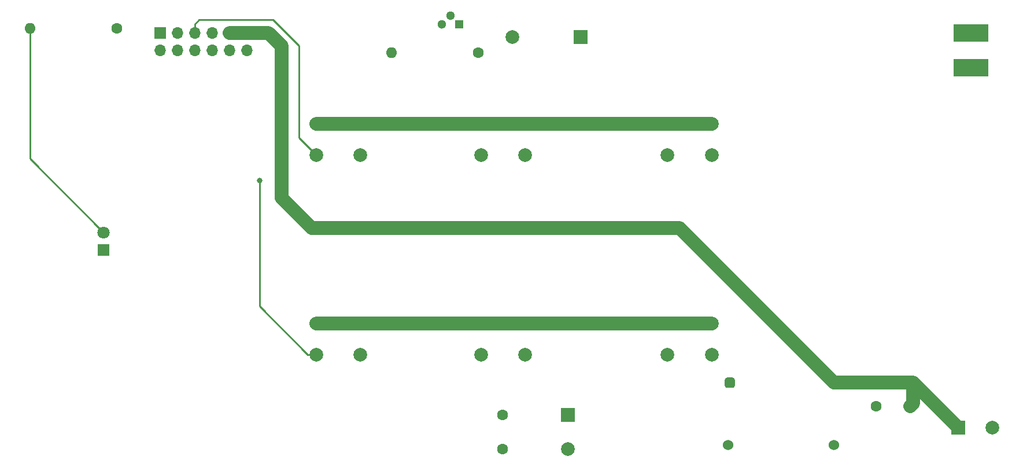
<source format=gbl>
%TF.GenerationSoftware,KiCad,Pcbnew,(5.1.12)-1*%
%TF.CreationDate,2022-06-03T19:18:09+02:00*%
%TF.ProjectId,pypilot_keyboard,70797069-6c6f-4745-9f6b-6579626f6172,rev?*%
%TF.SameCoordinates,Original*%
%TF.FileFunction,Copper,L2,Bot*%
%TF.FilePolarity,Positive*%
%FSLAX46Y46*%
G04 Gerber Fmt 4.6, Leading zero omitted, Abs format (unit mm)*
G04 Created by KiCad (PCBNEW (5.1.12)-1) date 2022-06-03 19:18:09*
%MOMM*%
%LPD*%
G01*
G04 APERTURE LIST*
%TA.AperFunction,ComponentPad*%
%ADD10R,2.540000X2.540000*%
%TD*%
%TA.AperFunction,ComponentPad*%
%ADD11R,1.700000X1.700000*%
%TD*%
%TA.AperFunction,ComponentPad*%
%ADD12O,1.700000X1.700000*%
%TD*%
%TA.AperFunction,ComponentPad*%
%ADD13O,1.600000X1.600000*%
%TD*%
%TA.AperFunction,ComponentPad*%
%ADD14C,1.600000*%
%TD*%
%TA.AperFunction,ComponentPad*%
%ADD15C,2.000000*%
%TD*%
%TA.AperFunction,ComponentPad*%
%ADD16R,2.000000X2.000000*%
%TD*%
%TA.AperFunction,ComponentPad*%
%ADD17C,1.524000*%
%TD*%
%TA.AperFunction,ComponentPad*%
%ADD18R,1.800000X1.800000*%
%TD*%
%TA.AperFunction,ComponentPad*%
%ADD19C,1.800000*%
%TD*%
%TA.AperFunction,ComponentPad*%
%ADD20C,1.300000*%
%TD*%
%TA.AperFunction,ComponentPad*%
%ADD21R,1.300000X1.300000*%
%TD*%
%TA.AperFunction,ViaPad*%
%ADD22C,0.800000*%
%TD*%
%TA.AperFunction,Conductor*%
%ADD23C,2.000000*%
%TD*%
%TA.AperFunction,Conductor*%
%ADD24C,0.250000*%
%TD*%
G04 APERTURE END LIST*
D10*
%TO.P,J1,1*%
%TO.N,+12V*%
X210820000Y-46990000D03*
X213360000Y-46990000D03*
%TD*%
%TO.P,J2,1*%
%TO.N,GND*%
X213360000Y-41910000D03*
X210820000Y-41910000D03*
%TD*%
D11*
%TO.P,J3,1*%
%TO.N,LED*%
X93345000Y-41910000D03*
D12*
%TO.P,J3,2*%
%TO.N,-10*%
X93345000Y-44450000D03*
%TO.P,J3,3*%
%TO.N,+10*%
X95885000Y-41910000D03*
%TO.P,J3,4*%
%TO.N,StandBy*%
X95885000Y-44450000D03*
%TO.P,J3,5*%
%TO.N,+1*%
X98425000Y-41910000D03*
%TO.P,J3,6*%
%TO.N,AUTO*%
X98425000Y-44450000D03*
%TO.P,J3,7*%
%TO.N,-1*%
X100965000Y-41910000D03*
%TO.P,J3,8*%
%TO.N,Buzzer*%
X100965000Y-44450000D03*
%TO.P,J3,9*%
%TO.N,+5V*%
X103505000Y-41910000D03*
%TO.P,J3,10*%
%TO.N,GND*%
X103505000Y-44450000D03*
%TO.P,J3,11*%
%TO.N,+5V*%
X106045000Y-41910000D03*
%TO.P,J3,12*%
%TO.N,GND*%
X106045000Y-44450000D03*
%TD*%
D13*
%TO.P,R2,2*%
%TO.N,Buzzer*%
X127254000Y-44805600D03*
D14*
%TO.P,R2,1*%
%TO.N,Net-(Q1-Pad2)*%
X139954000Y-44805600D03*
%TD*%
D15*
%TO.P,C3,2*%
%TO.N,GND*%
X215185000Y-99695000D03*
D16*
%TO.P,C3,1*%
%TO.N,+5V*%
X210185000Y-99695000D03*
%TD*%
%TO.P,A1,1*%
%TO.N,+12V*%
%TA.AperFunction,ComponentPad*%
G36*
G01*
X176022000Y-93472000D02*
X176022000Y-92710000D01*
G75*
G02*
X176403000Y-92329000I381000J0D01*
G01*
X177165000Y-92329000D01*
G75*
G02*
X177546000Y-92710000I0J-381000D01*
G01*
X177546000Y-93472000D01*
G75*
G02*
X177165000Y-93853000I-381000J0D01*
G01*
X176403000Y-93853000D01*
G75*
G02*
X176022000Y-93472000I0J381000D01*
G01*
G37*
%TD.AperFunction*%
D17*
%TO.P,A1,2*%
%TO.N,+5V*%
X192024000Y-93091000D03*
%TO.P,A1,3*%
%TO.N,GND*%
X176530000Y-102235000D03*
%TO.P,A1,4*%
X192024000Y-102235000D03*
%TD*%
D15*
%TO.P,BZ1,2*%
%TO.N,Net-(BZ1-Pad2)*%
X144940000Y-42545000D03*
D16*
%TO.P,BZ1,1*%
%TO.N,+12V*%
X154940000Y-42545000D03*
%TD*%
D14*
%TO.P,C1,2*%
%TO.N,GND*%
X143510000Y-102790000D03*
%TO.P,C1,1*%
%TO.N,+12V*%
X143510000Y-97790000D03*
%TD*%
D15*
%TO.P,C2,2*%
%TO.N,GND*%
X153035000Y-102790000D03*
D16*
%TO.P,C2,1*%
%TO.N,+12V*%
X153035000Y-97790000D03*
%TD*%
D14*
%TO.P,C4,1*%
%TO.N,+5V*%
X203200000Y-96520000D03*
%TO.P,C4,2*%
%TO.N,GND*%
X198200000Y-96520000D03*
%TD*%
D18*
%TO.P,D1,1*%
%TO.N,GND*%
X85090000Y-73660000D03*
D19*
%TO.P,D1,2*%
%TO.N,Net-(D1-Pad2)*%
X85090000Y-71120000D03*
%TD*%
D20*
%TO.P,Q1,2*%
%TO.N,Net-(Q1-Pad2)*%
X135890000Y-39370000D03*
%TO.P,Q1,3*%
%TO.N,GND*%
X134620000Y-40640000D03*
D21*
%TO.P,Q1,1*%
%TO.N,Net-(BZ1-Pad2)*%
X137160000Y-40640000D03*
%TD*%
D14*
%TO.P,R1,1*%
%TO.N,LED*%
X86995000Y-41275000D03*
D13*
%TO.P,R1,2*%
%TO.N,Net-(D1-Pad2)*%
X74295000Y-41275000D03*
%TD*%
D15*
%TO.P,SW1,2*%
%TO.N,AUTO*%
X167640000Y-59745000D03*
%TO.P,SW1,1*%
%TO.N,GND*%
X167640000Y-55245000D03*
%TO.P,SW1,2*%
%TO.N,AUTO*%
X174140000Y-59745000D03*
%TO.P,SW1,1*%
%TO.N,GND*%
X174140000Y-55245000D03*
%TD*%
%TO.P,SW2,1*%
%TO.N,GND*%
X174140000Y-84455000D03*
%TO.P,SW2,2*%
%TO.N,StandBy*%
X174140000Y-88955000D03*
%TO.P,SW2,1*%
%TO.N,GND*%
X167640000Y-84455000D03*
%TO.P,SW2,2*%
%TO.N,StandBy*%
X167640000Y-88955000D03*
%TD*%
%TO.P,SW3,2*%
%TO.N,-10*%
X140335000Y-88955000D03*
%TO.P,SW3,1*%
%TO.N,GND*%
X140335000Y-84455000D03*
%TO.P,SW3,2*%
%TO.N,-10*%
X146835000Y-88955000D03*
%TO.P,SW3,1*%
%TO.N,GND*%
X146835000Y-84455000D03*
%TD*%
%TO.P,SW4,1*%
%TO.N,GND*%
X122705000Y-84455000D03*
%TO.P,SW4,2*%
%TO.N,-1*%
X122705000Y-88955000D03*
%TO.P,SW4,1*%
%TO.N,GND*%
X116205000Y-84455000D03*
%TO.P,SW4,2*%
%TO.N,-1*%
X116205000Y-88955000D03*
%TD*%
%TO.P,SW5,2*%
%TO.N,+1*%
X116205000Y-59745000D03*
%TO.P,SW5,1*%
%TO.N,GND*%
X116205000Y-55245000D03*
%TO.P,SW5,2*%
%TO.N,+1*%
X122705000Y-59745000D03*
%TO.P,SW5,1*%
%TO.N,GND*%
X122705000Y-55245000D03*
%TD*%
%TO.P,SW6,1*%
%TO.N,GND*%
X146835000Y-55245000D03*
%TO.P,SW6,2*%
%TO.N,+10*%
X146835000Y-59745000D03*
%TO.P,SW6,1*%
%TO.N,GND*%
X140335000Y-55245000D03*
%TO.P,SW6,2*%
%TO.N,+10*%
X140335000Y-59745000D03*
%TD*%
D22*
%TO.N,-1*%
X107950000Y-63500000D03*
%TD*%
D23*
%TO.N,GND*%
X140335000Y-55245000D02*
X122705000Y-55245000D01*
X116205000Y-55245000D02*
X122705000Y-55245000D01*
X140335000Y-55245000D02*
X146835000Y-55245000D01*
X167640000Y-55245000D02*
X174140000Y-55245000D01*
X167640000Y-55245000D02*
X146835000Y-55245000D01*
X116205000Y-84455000D02*
X122705000Y-84455000D01*
X122705000Y-84455000D02*
X140335000Y-84455000D01*
X140335000Y-84455000D02*
X146835000Y-84455000D01*
X146835000Y-84455000D02*
X167640000Y-84455000D01*
X167640000Y-84455000D02*
X174140000Y-84455000D01*
%TO.N,+5V*%
X106045000Y-41910000D02*
X103505000Y-41910000D01*
X169418000Y-70485000D02*
X115570000Y-70485000D01*
X111125000Y-43815000D02*
X109220000Y-41910000D01*
X109220000Y-41910000D02*
X106045000Y-41910000D01*
X111125000Y-66040000D02*
X111125000Y-43815000D01*
X115570000Y-70485000D02*
X111125000Y-66040000D01*
X192024000Y-93091000D02*
X169418000Y-70485000D01*
X203581000Y-93091000D02*
X210185000Y-99695000D01*
X192024000Y-93091000D02*
X203581000Y-93091000D01*
X203581000Y-96139000D02*
X203200000Y-96520000D01*
X203581000Y-93091000D02*
X203581000Y-96139000D01*
D24*
%TO.N,Net-(D1-Pad2)*%
X74295000Y-60325000D02*
X85090000Y-71120000D01*
X74295000Y-41275000D02*
X74295000Y-60325000D01*
%TO.N,+1*%
X98425000Y-40640000D02*
X98425000Y-41910000D01*
X109855000Y-40005000D02*
X99060000Y-40005000D01*
X99060000Y-40005000D02*
X98425000Y-40640000D01*
X113665000Y-43815000D02*
X109855000Y-40005000D01*
X113665000Y-57205000D02*
X113665000Y-43815000D01*
X116205000Y-59745000D02*
X113665000Y-57205000D01*
%TO.N,-1*%
X107950000Y-63500000D02*
X107950000Y-81915000D01*
X114990000Y-88955000D02*
X116205000Y-88955000D01*
X107950000Y-81915000D02*
X114990000Y-88955000D01*
%TD*%
M02*

</source>
